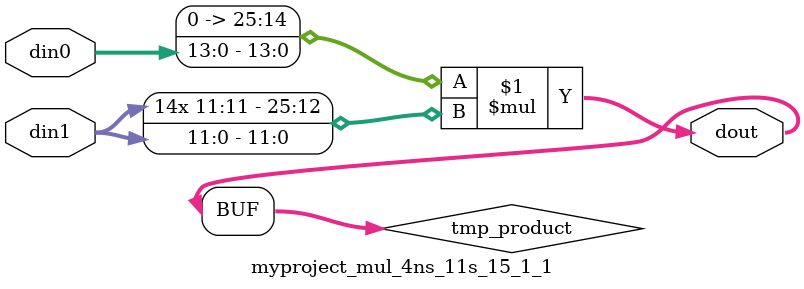
<source format=v>

`timescale 1 ns / 1 ps

 module myproject_mul_4ns_11s_15_1_1(din0, din1, dout);
parameter ID = 1;
parameter NUM_STAGE = 0;
parameter din0_WIDTH = 14;
parameter din1_WIDTH = 12;
parameter dout_WIDTH = 26;

input [din0_WIDTH - 1 : 0] din0; 
input [din1_WIDTH - 1 : 0] din1; 
output [dout_WIDTH - 1 : 0] dout;

wire signed [dout_WIDTH - 1 : 0] tmp_product;

























assign tmp_product = $signed({1'b0, din0}) * $signed(din1);










assign dout = tmp_product;





















endmodule

</source>
